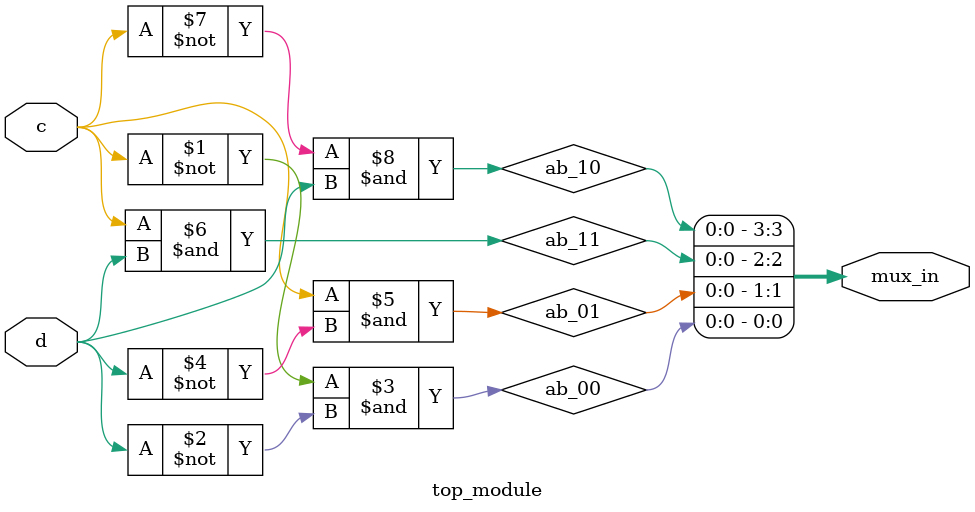
<source format=sv>
module top_module (
	input c,
	input d,
	output [3:0] mux_in
);

wire ab_00, ab_01, ab_11, ab_10;
wire c_and_d, not_c, not_d;

assign ab_00 = ~c & ~d;
assign ab_01 = c & ~d;
assign ab_11 = c & d;
assign ab_10 = ~c & d;

assign mux_in[0] = ab_00;
assign mux_in[1] = ab_01;
assign mux_in[2] = ab_11;
assign mux_in[3] = ab_10;

endmodule

</source>
